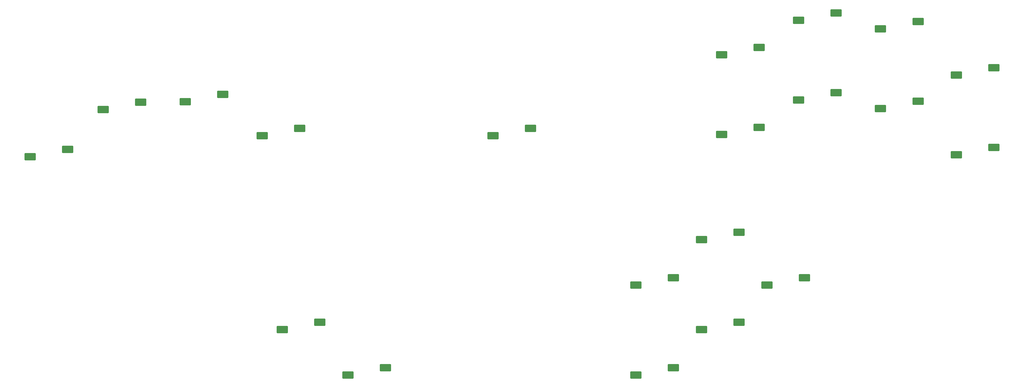
<source format=gbr>
%TF.GenerationSoftware,KiCad,Pcbnew,7.0.2*%
%TF.CreationDate,2023-05-22T04:43:09-05:00*%
%TF.ProjectId,ICOF1,49434f46-312e-46b6-9963-61645f706362,rev?*%
%TF.SameCoordinates,Original*%
%TF.FileFunction,Paste,Bot*%
%TF.FilePolarity,Positive*%
%FSLAX46Y46*%
G04 Gerber Fmt 4.6, Leading zero omitted, Abs format (unit mm)*
G04 Created by KiCad (PCBNEW 7.0.2) date 2023-05-22 04:43:09*
%MOMM*%
%LPD*%
G01*
G04 APERTURE LIST*
G04 Aperture macros list*
%AMRoundRect*
0 Rectangle with rounded corners*
0 $1 Rounding radius*
0 $2 $3 $4 $5 $6 $7 $8 $9 X,Y pos of 4 corners*
0 Add a 4 corners polygon primitive as box body*
4,1,4,$2,$3,$4,$5,$6,$7,$8,$9,$2,$3,0*
0 Add four circle primitives for the rounded corners*
1,1,$1+$1,$2,$3*
1,1,$1+$1,$4,$5*
1,1,$1+$1,$6,$7*
1,1,$1+$1,$8,$9*
0 Add four rect primitives between the rounded corners*
20,1,$1+$1,$2,$3,$4,$5,0*
20,1,$1+$1,$4,$5,$6,$7,0*
20,1,$1+$1,$6,$7,$8,$9,0*
20,1,$1+$1,$8,$9,$2,$3,0*%
G04 Aperture macros list end*
%ADD10RoundRect,0.253000X-1.697000X-1.012000X1.697000X-1.012000X1.697000X1.012000X-1.697000X1.012000X0*%
G04 APERTURE END LIST*
D10*
%TO.C,SW25*%
X353481100Y-71657600D03*
X340521100Y-74192600D03*
%TD*%
%TO.C,SW40*%
X314250100Y-132787600D03*
X301290100Y-135322600D03*
%TD*%
%TO.C,SW8*%
X113242100Y-69288600D03*
X100282100Y-71823600D03*
%TD*%
%TO.C,SW22*%
X325126100Y-68682600D03*
X312166100Y-71217600D03*
%TD*%
%TO.C,SW26*%
X379704100Y-87693600D03*
X366744100Y-90228600D03*
%TD*%
%TO.C,SW3*%
X219546100Y-81051600D03*
X206586100Y-83586600D03*
%TD*%
%TO.C,SW35*%
X291593100Y-117017600D03*
X278633100Y-119552600D03*
%TD*%
%TO.C,SW19*%
X379704100Y-60083600D03*
X366744100Y-62618600D03*
%TD*%
%TO.C,SW12*%
X298608100Y-53068600D03*
X285648100Y-55603600D03*
%TD*%
%TO.C,SW38*%
X291593100Y-148202600D03*
X278633100Y-150737600D03*
%TD*%
%TO.C,SW28*%
X146770000Y-148180000D03*
X133810000Y-150715000D03*
%TD*%
%TO.C,SW32*%
X268906100Y-132787600D03*
X255946100Y-135322600D03*
%TD*%
%TO.C,SW36*%
X268906100Y-163972600D03*
X255946100Y-166507600D03*
%TD*%
%TO.C,SW10*%
X139814100Y-81051600D03*
X126854100Y-83586600D03*
%TD*%
%TO.C,SW30*%
X169461100Y-163971600D03*
X156501100Y-166506600D03*
%TD*%
%TO.C,SW17*%
X353481100Y-44047600D03*
X340521100Y-46582600D03*
%TD*%
%TO.C,SW21*%
X298608100Y-80677600D03*
X285648100Y-83212600D03*
%TD*%
%TO.C,SW6*%
X84886100Y-72014600D03*
X71926100Y-74549600D03*
%TD*%
%TO.C,SW4*%
X59606100Y-88317600D03*
X46646100Y-90852600D03*
%TD*%
%TO.C,SW14*%
X325126100Y-41072600D03*
X312166100Y-43607600D03*
%TD*%
M02*

</source>
